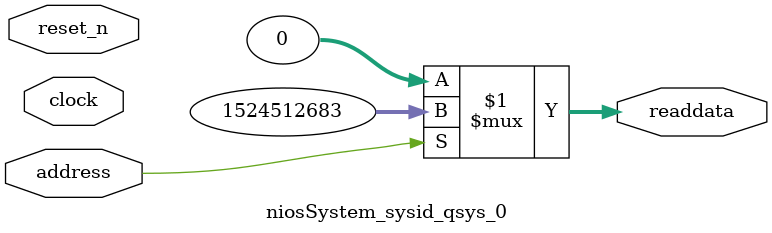
<source format=v>



// synthesis translate_off
`timescale 1ns / 1ps
// synthesis translate_on

// turn off superfluous verilog processor warnings 
// altera message_level Level1 
// altera message_off 10034 10035 10036 10037 10230 10240 10030 

module niosSystem_sysid_qsys_0 (
               // inputs:
                address,
                clock,
                reset_n,

               // outputs:
                readdata
             )
;

  output  [ 31: 0] readdata;
  input            address;
  input            clock;
  input            reset_n;

  wire    [ 31: 0] readdata;
  //control_slave, which is an e_avalon_slave
  assign readdata = address ? 1524512683 : 0;

endmodule



</source>
